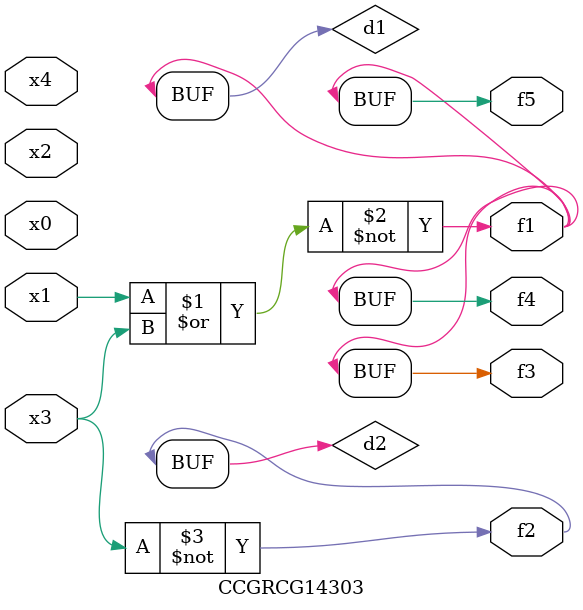
<source format=v>
module CCGRCG14303(
	input x0, x1, x2, x3, x4,
	output f1, f2, f3, f4, f5
);

	wire d1, d2;

	nor (d1, x1, x3);
	not (d2, x3);
	assign f1 = d1;
	assign f2 = d2;
	assign f3 = d1;
	assign f4 = d1;
	assign f5 = d1;
endmodule

</source>
